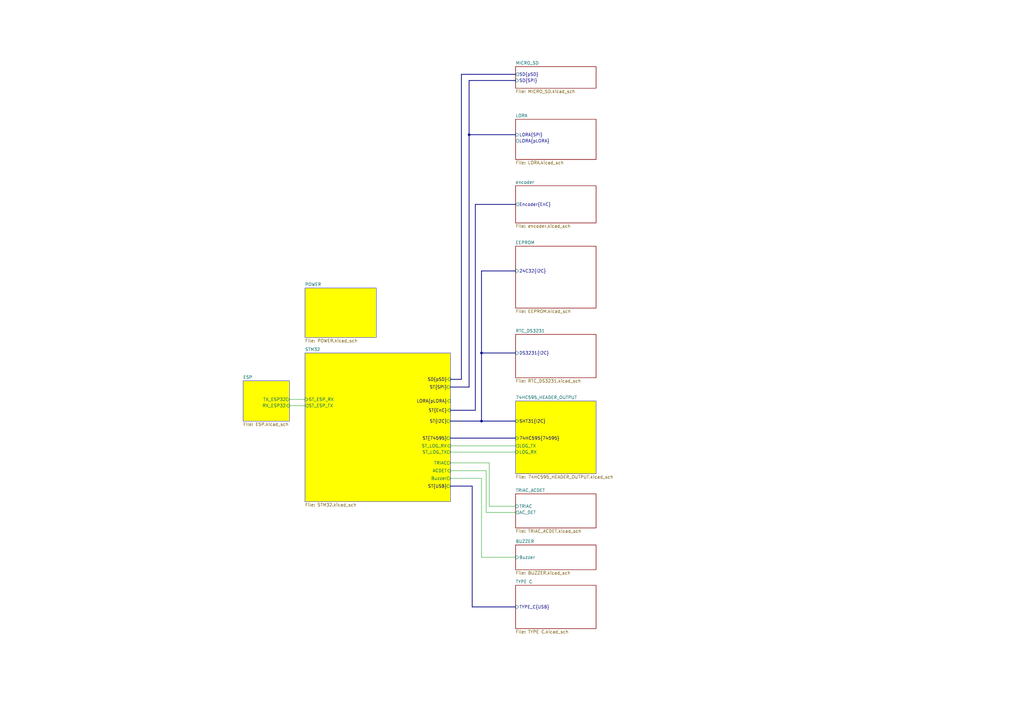
<source format=kicad_sch>
(kicad_sch (version 20230121) (generator eeschema)
  (paper "A3")
  (lib_symbols)
  (bus_alias "pSD" (members "DET" "CS"))
  (bus_alias "74595" (members "OE" "SER" "SRCLK" "RCLK"))
  (bus_alias "EnC" (members "EnC_A" "EnC_B" "EnC_BT"))
  (bus_alias "USB" (members "D+" "D-"))
  (junction (at 192.405 55.245))
  (junction (at 197.485 172.72))
  (junction (at 197.485 144.78))
  (bus (pts (xy 189.23 155.575) (xy 184.785 155.575)))
  (bus (pts (xy 194.945 83.82) (xy 211.455 83.82)))
  (wire (pts (xy 184.785 185.42) (xy 211.455 185.42)))
  (bus (pts (xy 211.455 248.92) (xy 193.675 248.92)))
  (wire (pts (xy 184.785 189.865) (xy 200.66 189.865)))
  (bus (pts (xy 192.405 33.02) (xy 192.405 55.245)))
  (bus (pts (xy 189.23 30.48) (xy 189.23 155.575)))
  (wire (pts (xy 200.66 189.865) (xy 200.66 207.645)))
  (wire (pts (xy 118.745 166.37) (xy 125.095 166.37)))
  (bus (pts (xy 193.675 248.92) (xy 193.675 199.39)))
  (bus (pts (xy 197.485 111.125) (xy 197.485 144.78)))
  (wire (pts (xy 199.39 210.185) (xy 199.39 193.04)))
  (bus (pts (xy 211.455 30.48) (xy 189.23 30.48)))
  (wire (pts (xy 184.785 182.88) (xy 211.455 182.88)))
  (wire (pts (xy 197.485 196.215) (xy 197.485 228.6)))
  (bus (pts (xy 184.785 172.72) (xy 197.485 172.72)))
  (bus (pts (xy 184.785 158.75) (xy 192.405 158.75)))
  (bus (pts (xy 211.455 111.125) (xy 197.485 111.125)))
  (bus (pts (xy 194.945 168.275) (xy 194.945 83.82)))
  (wire (pts (xy 211.455 210.185) (xy 199.39 210.185)))
  (bus (pts (xy 192.405 158.75) (xy 192.405 55.245)))
  (bus (pts (xy 184.785 168.275) (xy 194.945 168.275)))
  (wire (pts (xy 200.66 207.645) (xy 211.455 207.645)))
  (bus (pts (xy 211.455 33.02) (xy 192.405 33.02)))
  (bus (pts (xy 197.485 144.78) (xy 197.485 172.72)))
  (bus (pts (xy 211.455 144.78) (xy 197.485 144.78)))
  (bus (pts (xy 197.485 172.72) (xy 211.455 172.72)))
  (wire (pts (xy 118.745 163.83) (xy 125.095 163.83)))
  (wire (pts (xy 197.485 228.6) (xy 211.455 228.6)))
  (bus (pts (xy 192.405 55.245) (xy 211.455 55.245)))
  (bus (pts (xy 193.675 199.39) (xy 184.785 199.39)))
  (wire (pts (xy 184.785 196.215) (xy 197.485 196.215)))
  (bus (pts (xy 184.785 179.705) (xy 211.455 179.705)))
  (wire (pts (xy 199.39 193.04) (xy 184.785 193.04)))
  (sheet (at 125.095 118.11) (size 29.21 20.32) (stroke (width 0.1524) (color 0 0 255 1)) (fill (color 255 255 0 1.0000))
    (property "Sheetname" "POWER" (at 125.095 117.3984 0) (effects (justify left bottom)))
    (property "Sheetfile" "POWER.kicad_sch" (at 125.095 139.0146 0) (effects (justify left top)))
  )
  (sheet (at 211.455 223.52) (size 33.02 10.16) (stroke (width 0.1524))
    (property "Sheetname" "BUZZER" (at 211.455 222.8084 0) (effects (justify left bottom)))
    (property "Sheetfile" "BUZZER.kicad_sch" (at 211.455 234.2646 0) (effects (justify left top)))
    (pin "Buzzer" input (at 211.455 228.6 180))
  )
  (sheet (at 99.695 156.21) (size 19.05 16.51) (stroke (width 0.1524) (color 0 0 255 1)) (fill (color 255 255 0 1.0000))
    (property "Sheetname" "ESP" (at 99.695 155.4984 0) (effects (justify left bottom)))
    (property "Sheetfile" "ESP.kicad_sch" (at 99.695 173.3046 0) (effects (justify left top)))
    (pin "RX_ESP32" input (at 118.745 166.37 0))
    (pin "TX_ESP32" output (at 118.745 163.83 0))
  )
  (sheet (at 211.455 100.965) (size 33.02 25.4) (stroke (width 0.1524))
    (property "Sheetname" "EEPROM" (at 211.455 100.2534 0) (effects (justify left bottom)))
    (property "Sheetfile" "EEPROM.kicad_sch" (at 211.455 126.9496 0) (effects (justify left top)))
    (pin "24C32{I2C}" input (at 211.455 111.125 180))
  )
  (sheet (at 125.095 144.78) (size 59.69 60.96) (stroke (width 0.1524) (color 0 0 255 1)) (fill (color 255 255 0 1.0000))
    (property "Sheetname" "STM32" (at 125.095 144.0684 0) (effects (justify left bottom)))
    (property "Sheetfile" "STM32.kicad_sch" (at 125.095 206.3246 0) (effects (justify left top)))
    (pin "ST_ESP_RX" input (at 125.095 163.83 180))
    (pin "ST_ESP_TX" output (at 125.095 166.37 180))
    (pin "SD{pSD}" input (at 184.785 155.575 0))
    (pin "LORA{pLORA}" input (at 184.785 164.465 0))
    (pin "ST{74595}" output (at 184.785 179.705 0))
    (pin "ST{SPI}" output (at 184.785 158.75 0))
    (pin "ST{USB}" output (at 184.785 199.39 0))
    (pin "ST{EnC}" input (at 184.785 168.275 0))
    (pin "ST_LOG_RX" input (at 184.785 182.88 0))
    (pin "ST_LOG_TX" output (at 184.785 185.42 0))
    (pin "ST{I2C}" output (at 184.785 172.72 0))
    (pin "ACDET" input (at 184.785 193.04 0))
    (pin "TRIAC" output (at 184.785 189.865 0))
    (pin "Buzzer" output (at 184.785 196.215 0))
  )
  (sheet (at 211.455 240.03) (size 33.02 17.78) (stroke (width 0.1524))
    (property "Sheetname" "TYPE C" (at 211.455 239.3184 0) (effects (justify left bottom)))
    (property "Sheetfile" "TYPE C.kicad_sch" (at 211.455 258.3946 0) (effects (justify left top)))
    (pin "TYPE_C{USB}" input (at 211.455 248.92 180))
  )
  (sheet (at 211.455 137.16) (size 33.02 17.78) (stroke (width 0.1524))
    (property "Sheetname" "RTC_DS3231" (at 211.455 136.4484 0) (effects (justify left bottom)))
    (property "Sheetfile" "RTC_DS3231.kicad_sch" (at 211.455 155.5246 0) (effects (justify left top)))
    (pin "DS3231{I2C}" input (at 211.455 144.78 180))
  )
  (sheet (at 211.455 164.465) (size 33.02 29.845) (stroke (width 0.1524) (color 0 0 255 1)) (fill (color 255 255 0 1.0000))
    (property "Sheetname" "74HC595_HEADER_OUTPUT" (at 211.455 163.7534 0) (effects (justify left bottom)))
    (property "Sheetfile" "74HC595_HEADER_OUTPUT.kicad_sch" (at 211.455 194.8946 0) (effects (justify left top)))
    (pin "74HC595{74595}" input (at 211.455 179.705 180))
    (pin "SHT31{I2C}" input (at 211.455 172.72 180))
    (pin "LOG_RX" input (at 211.455 185.42 180))
    (pin "LOG_TX" output (at 211.455 182.88 180))
  )
  (sheet (at 211.455 48.895) (size 33.02 16.51) (stroke (width 0.1524))
    (property "Sheetname" "LORA" (at 211.455 48.1834 0) (effects (justify left bottom)))
    (property "Sheetfile" "LORA.kicad_sch" (at 211.455 65.9896 0) (effects (justify left top)))
    (pin "LORA{SPI}" input (at 211.455 55.245 180))
    (pin "LORA{pLORA}" output (at 211.455 57.785 180))
  )
  (sheet (at 211.455 202.565) (size 33.02 13.97) (stroke (width 0.1524))
    (property "Sheetname" "TRIAC_ACDET" (at 211.455 201.8534 0) (effects (justify left bottom)))
    (property "Sheetfile" "TRIAC_ACDET.kicad_sch" (at 211.455 217.1196 0) (effects (justify left top)))
    (pin "TRIAC" input (at 211.455 207.645 180))
    (pin "AC_DET" output (at 211.455 210.185 180))
  )
  (sheet (at 211.455 76.2) (size 33.02 15.24) (stroke (width 0.1524))
    (property "Sheetname" "encoder" (at 211.455 75.4884 0) (effects (justify left bottom)))
    (property "Sheetfile" "encoder.kicad_sch" (at 211.455 92.0246 0) (effects (justify left top)))
    (pin "Encoder{EnC}" output (at 211.455 83.82 180))
  )
  (sheet (at 211.455 27.305) (size 33.02 8.89) (stroke (width 0.1524))
    (property "Sheetname" "MICRO_SD" (at 211.455 26.5934 0) (effects (justify left bottom)))
    (property "Sheetfile" "MICRO_SD.kicad_sch" (at 211.455 36.7796 0) (effects (justify left top)))
    (pin "SD{SPI}" input (at 211.455 33.02 180))
    (pin "SD{pSD}" output (at 211.455 30.48 180))
  )
)
</source>
